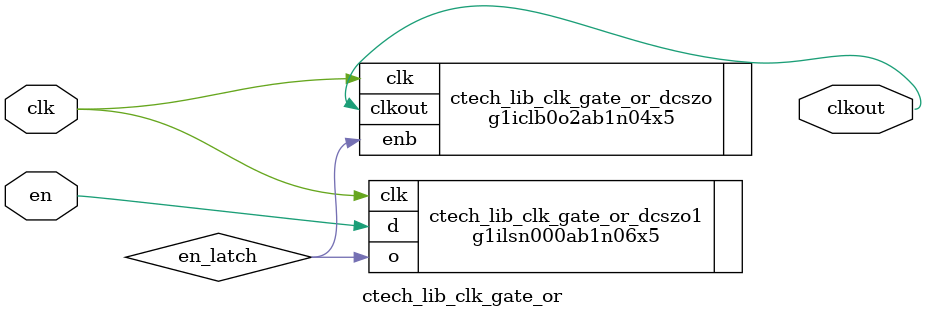
<source format=sv>

module ctech_lib_clk_gate_or (
   input logic clk,
   input logic en,
   output logic clkout );

   logic 	en_latch;
 
    g1ilsn000ab1n06x5 ctech_lib_clk_gate_or_dcszo1 (.o(en_latch), .d(en), .clk(clk));
    g1iclb0o2ab1n04x5 ctech_lib_clk_gate_or_dcszo  (.clkout(clkout),.clk(clk),.enb(en_latch));

endmodule // ctech_lib_clk_gate_or

</source>
